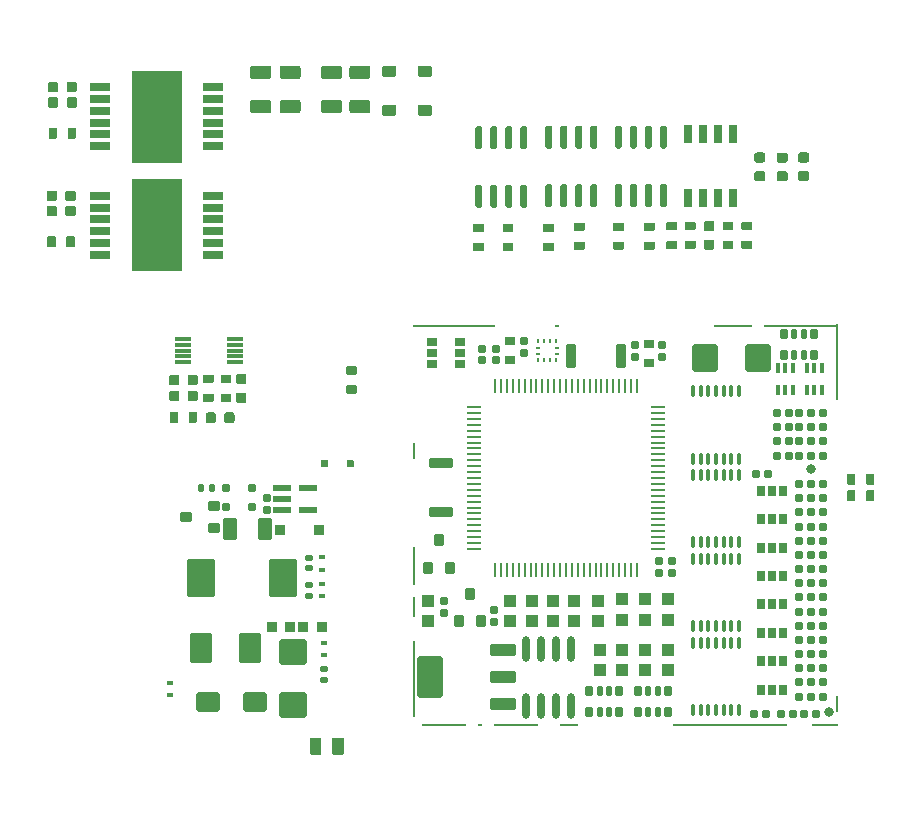
<source format=gtp>
G75*
G70*
%OFA0B0*%
%FSLAX25Y25*%
%IPPOS*%
%LPD*%
%AMOC8*
5,1,8,0,0,1.08239X$1,22.5*
%
%AMM100*
21,1,0.035430,0.030320,-0.000000,0.000000,0.000000*
21,1,0.028350,0.037400,-0.000000,0.000000,0.000000*
1,1,0.007090,0.014170,-0.015160*
1,1,0.007090,-0.014170,-0.015160*
1,1,0.007090,-0.014170,0.015160*
1,1,0.007090,0.014170,0.015160*
%
%AMM101*
21,1,0.043310,0.075980,-0.000000,0.000000,90.000000*
21,1,0.034650,0.084650,-0.000000,0.000000,90.000000*
1,1,0.008660,0.037990,0.017320*
1,1,0.008660,0.037990,-0.017320*
1,1,0.008660,-0.037990,-0.017320*
1,1,0.008660,-0.037990,0.017320*
%
%AMM102*
21,1,0.039370,0.035430,-0.000000,0.000000,90.000000*
21,1,0.031500,0.043310,-0.000000,0.000000,90.000000*
1,1,0.007870,0.017720,0.015750*
1,1,0.007870,0.017720,-0.015750*
1,1,0.007870,-0.017720,-0.015750*
1,1,0.007870,-0.017720,0.015750*
%
%AMM103*
21,1,0.027560,0.030710,-0.000000,0.000000,90.000000*
21,1,0.022050,0.036220,-0.000000,0.000000,90.000000*
1,1,0.005510,0.015350,0.011020*
1,1,0.005510,0.015350,-0.011020*
1,1,0.005510,-0.015350,-0.011020*
1,1,0.005510,-0.015350,0.011020*
%
%AMM104*
21,1,0.031500,0.072440,-0.000000,0.000000,90.000000*
21,1,0.025200,0.078740,-0.000000,0.000000,90.000000*
1,1,0.006300,0.036220,0.012600*
1,1,0.006300,0.036220,-0.012600*
1,1,0.006300,-0.036220,-0.012600*
1,1,0.006300,-0.036220,0.012600*
%
%AMM105*
21,1,0.137800,0.067720,-0.000000,0.000000,90.000000*
21,1,0.120870,0.084650,-0.000000,0.000000,90.000000*
1,1,0.016930,0.033860,0.060430*
1,1,0.016930,0.033860,-0.060430*
1,1,0.016930,-0.033860,-0.060430*
1,1,0.016930,-0.033860,0.060430*
%
%AMM106*
21,1,0.043310,0.075990,-0.000000,0.000000,90.000000*
21,1,0.034650,0.084650,-0.000000,0.000000,90.000000*
1,1,0.008660,0.037990,0.017320*
1,1,0.008660,0.037990,-0.017320*
1,1,0.008660,-0.037990,-0.017320*
1,1,0.008660,-0.037990,0.017320*
%
%AMM107*
21,1,0.086610,0.073230,-0.000000,0.000000,180.000000*
21,1,0.069290,0.090550,-0.000000,0.000000,180.000000*
1,1,0.017320,-0.034650,0.036610*
1,1,0.017320,0.034650,0.036610*
1,1,0.017320,0.034650,-0.036610*
1,1,0.017320,-0.034650,-0.036610*
%
%AMM36*
21,1,0.033470,0.026770,0.000000,0.000000,0.000000*
21,1,0.026770,0.033470,0.000000,0.000000,0.000000*
1,1,0.006690,0.013390,-0.013390*
1,1,0.006690,-0.013390,-0.013390*
1,1,0.006690,-0.013390,0.013390*
1,1,0.006690,0.013390,0.013390*
%
%AMM42*
21,1,0.035830,0.026770,0.000000,0.000000,0.000000*
21,1,0.029130,0.033470,0.000000,0.000000,0.000000*
1,1,0.006690,0.014570,-0.013390*
1,1,0.006690,-0.014570,-0.013390*
1,1,0.006690,-0.014570,0.013390*
1,1,0.006690,0.014570,0.013390*
%
%AMM44*
21,1,0.070870,0.036220,0.000000,0.000000,90.000000*
21,1,0.061810,0.045280,0.000000,0.000000,90.000000*
1,1,0.009060,0.018110,0.030910*
1,1,0.009060,0.018110,-0.030910*
1,1,0.009060,-0.018110,-0.030910*
1,1,0.009060,-0.018110,0.030910*
%
%AMM59*
21,1,0.086610,0.073230,0.000000,0.000000,270.000000*
21,1,0.069290,0.090550,0.000000,0.000000,270.000000*
1,1,0.017320,-0.036610,-0.034650*
1,1,0.017320,-0.036610,0.034650*
1,1,0.017320,0.036610,0.034650*
1,1,0.017320,0.036610,-0.034650*
%
%AMM60*
21,1,0.094490,0.111020,0.000000,0.000000,0.000000*
21,1,0.075590,0.129920,0.000000,0.000000,0.000000*
1,1,0.018900,0.037800,-0.055510*
1,1,0.018900,-0.037800,-0.055510*
1,1,0.018900,-0.037800,0.055510*
1,1,0.018900,0.037800,0.055510*
%
%AMM61*
21,1,0.074800,0.083460,0.000000,0.000000,0.000000*
21,1,0.059840,0.098430,0.000000,0.000000,0.000000*
1,1,0.014960,0.029920,-0.041730*
1,1,0.014960,-0.029920,-0.041730*
1,1,0.014960,-0.029920,0.041730*
1,1,0.014960,0.029920,0.041730*
%
%AMM62*
21,1,0.078740,0.053540,0.000000,0.000000,180.000000*
21,1,0.065350,0.066930,0.000000,0.000000,180.000000*
1,1,0.013390,-0.032680,0.026770*
1,1,0.013390,0.032680,0.026770*
1,1,0.013390,0.032680,-0.026770*
1,1,0.013390,-0.032680,-0.026770*
%
%AMM63*
21,1,0.035430,0.030320,0.000000,0.000000,90.000000*
21,1,0.028350,0.037400,0.000000,0.000000,90.000000*
1,1,0.007090,0.015160,0.014170*
1,1,0.007090,0.015160,-0.014170*
1,1,0.007090,-0.015160,-0.014170*
1,1,0.007090,-0.015160,0.014170*
%
%AMM64*
21,1,0.021650,0.052760,0.000000,0.000000,270.000000*
21,1,0.017320,0.057090,0.000000,0.000000,270.000000*
1,1,0.004330,-0.026380,-0.008660*
1,1,0.004330,-0.026380,0.008660*
1,1,0.004330,0.026380,0.008660*
1,1,0.004330,0.026380,-0.008660*
%
%AMM65*
21,1,0.015750,0.016540,0.000000,0.000000,270.000000*
21,1,0.012600,0.019680,0.000000,0.000000,270.000000*
1,1,0.003150,-0.008270,-0.006300*
1,1,0.003150,-0.008270,0.006300*
1,1,0.003150,0.008270,0.006300*
1,1,0.003150,0.008270,-0.006300*
%
%AMM66*
21,1,0.023620,0.018900,0.000000,0.000000,90.000000*
21,1,0.018900,0.023620,0.000000,0.000000,90.000000*
1,1,0.004720,0.009450,0.009450*
1,1,0.004720,0.009450,-0.009450*
1,1,0.004720,-0.009450,-0.009450*
1,1,0.004720,-0.009450,0.009450*
%
%AMM67*
21,1,0.019680,0.019680,0.000000,0.000000,0.000000*
21,1,0.015750,0.023620,0.000000,0.000000,0.000000*
1,1,0.003940,0.007870,-0.009840*
1,1,0.003940,-0.007870,-0.009840*
1,1,0.003940,-0.007870,0.009840*
1,1,0.003940,0.007870,0.009840*
%
%AMM68*
21,1,0.019680,0.019680,0.000000,0.000000,270.000000*
21,1,0.015750,0.023620,0.000000,0.000000,270.000000*
1,1,0.003940,-0.009840,-0.007870*
1,1,0.003940,-0.009840,0.007870*
1,1,0.003940,0.009840,0.007870*
1,1,0.003940,0.009840,-0.007870*
%
%AMM92*
21,1,0.025590,0.026380,-0.000000,0.000000,0.000000*
21,1,0.020470,0.031500,-0.000000,0.000000,0.000000*
1,1,0.005120,0.010240,-0.013190*
1,1,0.005120,-0.010240,-0.013190*
1,1,0.005120,-0.010240,0.013190*
1,1,0.005120,0.010240,0.013190*
%
%AMM93*
21,1,0.017720,0.027950,-0.000000,0.000000,0.000000*
21,1,0.014170,0.031500,-0.000000,0.000000,0.000000*
1,1,0.003540,0.007090,-0.013980*
1,1,0.003540,-0.007090,-0.013980*
1,1,0.003540,-0.007090,0.013980*
1,1,0.003540,0.007090,0.013980*
%
%AMM94*
21,1,0.012600,0.028980,-0.000000,0.000000,180.000000*
21,1,0.010080,0.031500,-0.000000,0.000000,180.000000*
1,1,0.002520,-0.005040,0.014490*
1,1,0.002520,0.005040,0.014490*
1,1,0.002520,0.005040,-0.014490*
1,1,0.002520,-0.005040,-0.014490*
%
%AMM95*
21,1,0.023620,0.030710,-0.000000,0.000000,270.000000*
21,1,0.018900,0.035430,-0.000000,0.000000,270.000000*
1,1,0.004720,-0.015350,-0.009450*
1,1,0.004720,-0.015350,0.009450*
1,1,0.004720,0.015350,0.009450*
1,1,0.004720,0.015350,-0.009450*
%
%AMM96*
21,1,0.027560,0.018900,-0.000000,0.000000,180.000000*
21,1,0.022840,0.023620,-0.000000,0.000000,180.000000*
1,1,0.004720,-0.011420,0.009450*
1,1,0.004720,0.011420,0.009450*
1,1,0.004720,0.011420,-0.009450*
1,1,0.004720,-0.011420,-0.009450*
%
%AMM97*
21,1,0.031500,0.072440,-0.000000,0.000000,180.000000*
21,1,0.025200,0.078740,-0.000000,0.000000,180.000000*
1,1,0.006300,-0.012600,0.036220*
1,1,0.006300,0.012600,0.036220*
1,1,0.006300,0.012600,-0.036220*
1,1,0.006300,-0.012600,-0.036220*
%
%AMM98*
21,1,0.027560,0.018900,-0.000000,0.000000,270.000000*
21,1,0.022840,0.023620,-0.000000,0.000000,270.000000*
1,1,0.004720,-0.009450,-0.011420*
1,1,0.004720,-0.009450,0.011420*
1,1,0.004720,0.009450,0.011420*
1,1,0.004720,0.009450,-0.011420*
%
%AMM99*
21,1,0.023620,0.030710,-0.000000,0.000000,0.000000*
21,1,0.018900,0.035430,-0.000000,0.000000,0.000000*
1,1,0.004720,0.009450,-0.015350*
1,1,0.004720,-0.009450,-0.015350*
1,1,0.004720,-0.009450,0.015350*
1,1,0.004720,0.009450,0.015350*
%
%ADD13R,0.02559X0.06004*%
%ADD138M36*%
%ADD14R,0.06890X0.02559*%
%ADD147M42*%
%ADD15R,0.16929X0.31102*%
%ADD152M44*%
%ADD173R,0.05512X0.01181*%
%ADD175M59*%
%ADD176M60*%
%ADD177M61*%
%ADD178M62*%
%ADD179M63*%
%ADD18R,0.14567X0.00787*%
%ADD180M64*%
%ADD181M65*%
%ADD182M66*%
%ADD183M67*%
%ADD184M68*%
%ADD19R,0.01575X0.00787*%
%ADD20R,0.06299X0.00787*%
%ADD21R,0.38189X0.00787*%
%ADD213M92*%
%ADD214M93*%
%ADD215M94*%
%ADD216O,0.01181X0.04331*%
%ADD217M95*%
%ADD218M96*%
%ADD219M97*%
%ADD22R,0.09055X0.00787*%
%ADD220M98*%
%ADD221M99*%
%ADD222M100*%
%ADD223O,0.02362X0.08661*%
%ADD224M101*%
%ADD225M102*%
%ADD226M103*%
%ADD227M104*%
%ADD228M105*%
%ADD229M106*%
%ADD23R,0.00787X0.05512*%
%ADD230M107*%
%ADD24R,0.00787X0.25197*%
%ADD25R,0.00787X0.06693*%
%ADD26R,0.00787X0.12992*%
%ADD27R,0.27559X0.00787*%
%ADD28R,0.12992X0.00787*%
%ADD29R,0.24803X0.00787*%
%ADD47C,0.03150*%
%ADD80O,0.04724X0.00866*%
%ADD81O,0.00866X0.04724*%
%ADD85R,0.01378X0.00984*%
%ADD86R,0.00984X0.01378*%
X0000000Y0000000D02*
%LPD*%
G01*
G36*
G01*
X0152874Y0172533D02*
X0149803Y0172533D01*
G75*
G02*
X0149528Y0172809I0000000J0000276D01*
G01*
X0149528Y0175013D01*
G75*
G02*
X0149803Y0175289I0000276J0000000D01*
G01*
X0152874Y0175289D01*
G75*
G02*
X0153150Y0175013I0000000J-000276D01*
G01*
X0153150Y0172809D01*
G75*
G02*
X0152874Y0172533I-000276J0000000D01*
G01*
G37*
G36*
G01*
X0152874Y0178832D02*
X0149803Y0178832D01*
G75*
G02*
X0149528Y0179108I0000000J0000276D01*
G01*
X0149528Y0181313D01*
G75*
G02*
X0149803Y0181588I0000276J0000000D01*
G01*
X0152874Y0181588D01*
G75*
G02*
X0153150Y0181313I0000000J-000276D01*
G01*
X0153150Y0179108D01*
G75*
G02*
X0152874Y0178832I-000276J0000000D01*
G01*
G37*
G36*
G01*
X0229547Y0172972D02*
X0226870Y0172972D01*
G75*
G02*
X0226535Y0173307I0000000J0000335D01*
G01*
X0226535Y0175984D01*
G75*
G02*
X0226870Y0176319I0000335J0000000D01*
G01*
X0229547Y0176319D01*
G75*
G02*
X0229882Y0175984I0000000J-000335D01*
G01*
X0229882Y0173307D01*
G75*
G02*
X0229547Y0172972I-000335J0000000D01*
G01*
G37*
G36*
G01*
X0229547Y0179193D02*
X0226870Y0179193D01*
G75*
G02*
X0226535Y0179528I0000000J0000335D01*
G01*
X0226535Y0182205D01*
G75*
G02*
X0226870Y0182539I0000335J0000000D01*
G01*
X0229547Y0182539D01*
G75*
G02*
X0229882Y0182205I0000000J-000335D01*
G01*
X0229882Y0179528D01*
G75*
G02*
X0229547Y0179193I-000335J0000000D01*
G01*
G37*
G36*
G01*
X0007461Y0189606D02*
X0007461Y0192283D01*
G75*
G02*
X0007795Y0192618I0000335J0000000D01*
G01*
X0010472Y0192618D01*
G75*
G02*
X0010807Y0192283I0000000J-000335D01*
G01*
X0010807Y0189606D01*
G75*
G02*
X0010472Y0189272I-000335J0000000D01*
G01*
X0007795Y0189272D01*
G75*
G02*
X0007461Y0189606I0000000J0000335D01*
G01*
G37*
G36*
G01*
X0013681Y0189606D02*
X0013681Y0192283D01*
G75*
G02*
X0014016Y0192618I0000335J0000000D01*
G01*
X0016693Y0192618D01*
G75*
G02*
X0017028Y0192283I0000000J-000335D01*
G01*
X0017028Y0189606D01*
G75*
G02*
X0016693Y0189272I-000335J0000000D01*
G01*
X0014016Y0189272D01*
G75*
G02*
X0013681Y0189606I0000000J0000335D01*
G01*
G37*
G36*
G01*
X0283268Y0092480D02*
X0283268Y0089409D01*
G75*
G02*
X0282992Y0089134I-000276J0000000D01*
G01*
X0280787Y0089134D01*
G75*
G02*
X0280512Y0089409I0000000J0000276D01*
G01*
X0280512Y0092480D01*
G75*
G02*
X0280787Y0092756I0000276J0000000D01*
G01*
X0282992Y0092756D01*
G75*
G02*
X0283268Y0092480I0000000J-000276D01*
G01*
G37*
G36*
G01*
X0276969Y0092480D02*
X0276969Y0089409D01*
G75*
G02*
X0276693Y0089134I-000276J0000000D01*
G01*
X0274488Y0089134D01*
G75*
G02*
X0274213Y0089409I0000000J0000276D01*
G01*
X0274213Y0092480D01*
G75*
G02*
X0274488Y0092756I0000276J0000000D01*
G01*
X0276693Y0092756D01*
G75*
G02*
X0276969Y0092480I0000000J-000276D01*
G01*
G37*
G36*
G01*
X0108268Y0230728D02*
X0108268Y0233445D01*
G75*
G02*
X0109173Y0234350I0000906J0000000D01*
G01*
X0114449Y0234350D01*
G75*
G02*
X0115354Y0233445I0000000J-000906D01*
G01*
X0115354Y0230728D01*
G75*
G02*
X0114449Y0229823I-000906J0000000D01*
G01*
X0109173Y0229823D01*
G75*
G02*
X0108268Y0230728I0000000J0000906D01*
G01*
G37*
G36*
G01*
X0108268Y0219311D02*
X0108268Y0222028D01*
G75*
G02*
X0109173Y0222933I0000906J0000000D01*
G01*
X0114449Y0222933D01*
G75*
G02*
X0115354Y0222028I0000000J-000906D01*
G01*
X0115354Y0219311D01*
G75*
G02*
X0114449Y0218405I-000906J0000000D01*
G01*
X0109173Y0218405D01*
G75*
G02*
X0108268Y0219311I0000000J0000906D01*
G01*
G37*
G36*
G01*
X0198602Y0187205D02*
X0197421Y0187205D01*
G75*
G02*
X0196831Y0187795I0000000J0000591D01*
G01*
X0196831Y0194291D01*
G75*
G02*
X0197421Y0194882I0000591J0000000D01*
G01*
X0198602Y0194882D01*
G75*
G02*
X0199193Y0194291I0000000J-000591D01*
G01*
X0199193Y0187795D01*
G75*
G02*
X0198602Y0187205I-000591J0000000D01*
G01*
G37*
G36*
G01*
X0203602Y0187205D02*
X0202421Y0187205D01*
G75*
G02*
X0201831Y0187795I0000000J0000591D01*
G01*
X0201831Y0194291D01*
G75*
G02*
X0202421Y0194882I0000591J0000000D01*
G01*
X0203602Y0194882D01*
G75*
G02*
X0204193Y0194291I0000000J-000591D01*
G01*
X0204193Y0187795D01*
G75*
G02*
X0203602Y0187205I-000591J0000000D01*
G01*
G37*
G36*
G01*
X0208602Y0187205D02*
X0207421Y0187205D01*
G75*
G02*
X0206831Y0187795I0000000J0000591D01*
G01*
X0206831Y0194291D01*
G75*
G02*
X0207421Y0194882I0000591J0000000D01*
G01*
X0208602Y0194882D01*
G75*
G02*
X0209193Y0194291I0000000J-000591D01*
G01*
X0209193Y0187795D01*
G75*
G02*
X0208602Y0187205I-000591J0000000D01*
G01*
G37*
G36*
G01*
X0213602Y0187205D02*
X0212421Y0187205D01*
G75*
G02*
X0211831Y0187795I0000000J0000591D01*
G01*
X0211831Y0194291D01*
G75*
G02*
X0212421Y0194882I0000591J0000000D01*
G01*
X0213602Y0194882D01*
G75*
G02*
X0214193Y0194291I0000000J-000591D01*
G01*
X0214193Y0187795D01*
G75*
G02*
X0213602Y0187205I-000591J0000000D01*
G01*
G37*
G36*
G01*
X0213602Y0206693D02*
X0212421Y0206693D01*
G75*
G02*
X0211831Y0207283I0000000J0000591D01*
G01*
X0211831Y0213780D01*
G75*
G02*
X0212421Y0214370I0000591J0000000D01*
G01*
X0213602Y0214370D01*
G75*
G02*
X0214193Y0213780I0000000J-000591D01*
G01*
X0214193Y0207283D01*
G75*
G02*
X0213602Y0206693I-000591J0000000D01*
G01*
G37*
G36*
G01*
X0208602Y0206693D02*
X0207421Y0206693D01*
G75*
G02*
X0206831Y0207283I0000000J0000591D01*
G01*
X0206831Y0213780D01*
G75*
G02*
X0207421Y0214370I0000591J0000000D01*
G01*
X0208602Y0214370D01*
G75*
G02*
X0209193Y0213780I0000000J-000591D01*
G01*
X0209193Y0207283D01*
G75*
G02*
X0208602Y0206693I-000591J0000000D01*
G01*
G37*
G36*
G01*
X0203602Y0206693D02*
X0202421Y0206693D01*
G75*
G02*
X0201831Y0207283I0000000J0000591D01*
G01*
X0201831Y0213780D01*
G75*
G02*
X0202421Y0214370I0000591J0000000D01*
G01*
X0203602Y0214370D01*
G75*
G02*
X0204193Y0213780I0000000J-000591D01*
G01*
X0204193Y0207283D01*
G75*
G02*
X0203602Y0206693I-000591J0000000D01*
G01*
G37*
G36*
G01*
X0198602Y0206693D02*
X0197421Y0206693D01*
G75*
G02*
X0196831Y0207283I0000000J0000591D01*
G01*
X0196831Y0213780D01*
G75*
G02*
X0197421Y0214370I0000591J0000000D01*
G01*
X0198602Y0214370D01*
G75*
G02*
X0199193Y0213780I0000000J-000591D01*
G01*
X0199193Y0207283D01*
G75*
G02*
X0198602Y0206693I-000591J0000000D01*
G01*
G37*
D13*
X0221240Y0190209D03*
X0226240Y0190209D03*
X0231240Y0190209D03*
X0236240Y0190209D03*
X0236240Y0211563D03*
X0231240Y0211563D03*
X0226240Y0211563D03*
X0221240Y0211563D03*
G36*
G01*
X0016732Y0177126D02*
X0016732Y0174055D01*
G75*
G02*
X0016457Y0173780I-000276J0000000D01*
G01*
X0014252Y0173780D01*
G75*
G02*
X0013976Y0174055I0000000J0000276D01*
G01*
X0013976Y0177126D01*
G75*
G02*
X0014252Y0177402I0000276J0000000D01*
G01*
X0016457Y0177402D01*
G75*
G02*
X0016732Y0177126I0000000J-000276D01*
G01*
G37*
G36*
G01*
X0010433Y0177126D02*
X0010433Y0174055D01*
G75*
G02*
X0010157Y0173780I-000276J0000000D01*
G01*
X0007953Y0173780D01*
G75*
G02*
X0007677Y0174055I0000000J0000276D01*
G01*
X0007677Y0177126D01*
G75*
G02*
X0007953Y0177402I0000276J0000000D01*
G01*
X0010157Y0177402D01*
G75*
G02*
X0010433Y0177126I0000000J-000276D01*
G01*
G37*
G36*
G01*
X0007854Y0225827D02*
X0007854Y0228504D01*
G75*
G02*
X0008189Y0228839I0000335J0000000D01*
G01*
X0010866Y0228839D01*
G75*
G02*
X0011201Y0228504I0000000J-000335D01*
G01*
X0011201Y0225827D01*
G75*
G02*
X0010866Y0225492I-000335J0000000D01*
G01*
X0008189Y0225492D01*
G75*
G02*
X0007854Y0225827I0000000J0000335D01*
G01*
G37*
G36*
G01*
X0014075Y0225827D02*
X0014075Y0228504D01*
G75*
G02*
X0014409Y0228839I0000335J0000000D01*
G01*
X0017087Y0228839D01*
G75*
G02*
X0017421Y0228504I0000000J-000335D01*
G01*
X0017421Y0225827D01*
G75*
G02*
X0017087Y0225492I-000335J0000000D01*
G01*
X0014409Y0225492D01*
G75*
G02*
X0014075Y0225827I0000000J0000335D01*
G01*
G37*
G36*
G01*
X0274213Y0094921D02*
X0274213Y0097992D01*
G75*
G02*
X0274488Y0098268I0000276J0000000D01*
G01*
X0276693Y0098268D01*
G75*
G02*
X0276969Y0097992I0000000J-000276D01*
G01*
X0276969Y0094921D01*
G75*
G02*
X0276693Y0094646I-000276J0000000D01*
G01*
X0274488Y0094646D01*
G75*
G02*
X0274213Y0094921I0000000J0000276D01*
G01*
G37*
G36*
G01*
X0280512Y0094921D02*
X0280512Y0097992D01*
G75*
G02*
X0280787Y0098268I0000276J0000000D01*
G01*
X0282992Y0098268D01*
G75*
G02*
X0283268Y0097992I0000000J-000276D01*
G01*
X0283268Y0094921D01*
G75*
G02*
X0282992Y0094646I-000276J0000000D01*
G01*
X0280787Y0094646D01*
G75*
G02*
X0280512Y0094921I0000000J0000276D01*
G01*
G37*
D14*
X0062992Y0171260D03*
X0062992Y0175197D03*
X0062992Y0179134D03*
X0062992Y0183071D03*
X0062992Y0187008D03*
X0062992Y0190945D03*
X0025197Y0190945D03*
X0025197Y0187008D03*
X0025197Y0183071D03*
X0025197Y0179134D03*
X0025197Y0175197D03*
X0025197Y0171260D03*
D15*
X0044094Y0181102D03*
G36*
G01*
X0109600Y0100443D02*
X0107711Y0100443D01*
G75*
G02*
X0107474Y0100679I0000000J0000236D01*
G01*
X0107474Y0102569D01*
G75*
G02*
X0107711Y0102805I0000236J0000000D01*
G01*
X0109600Y0102805D01*
G75*
G02*
X0109837Y0102569I0000000J-000236D01*
G01*
X0109837Y0100679D01*
G75*
G02*
X0109600Y0100443I-000236J0000000D01*
G01*
G37*
G36*
G01*
X0100939Y0100443D02*
X0099049Y0100443D01*
G75*
G02*
X0098813Y0100679I0000000J0000236D01*
G01*
X0098813Y0102569D01*
G75*
G02*
X0099049Y0102805I0000236J0000000D01*
G01*
X0100939Y0102805D01*
G75*
G02*
X0101175Y0102569I0000000J-000236D01*
G01*
X0101175Y0100679D01*
G75*
G02*
X0100939Y0100443I-000236J0000000D01*
G01*
G37*
G36*
G01*
X0007461Y0184488D02*
X0007461Y0187165D01*
G75*
G02*
X0007795Y0187500I0000335J0000000D01*
G01*
X0010472Y0187500D01*
G75*
G02*
X0010807Y0187165I0000000J-000335D01*
G01*
X0010807Y0184488D01*
G75*
G02*
X0010472Y0184154I-000335J0000000D01*
G01*
X0007795Y0184154D01*
G75*
G02*
X0007461Y0184488I0000000J0000335D01*
G01*
G37*
G36*
G01*
X0013681Y0184488D02*
X0013681Y0187165D01*
G75*
G02*
X0014016Y0187500I0000335J0000000D01*
G01*
X0016693Y0187500D01*
G75*
G02*
X0017028Y0187165I0000000J-000335D01*
G01*
X0017028Y0184488D01*
G75*
G02*
X0016693Y0184154I-000335J0000000D01*
G01*
X0014016Y0184154D01*
G75*
G02*
X0013681Y0184488I0000000J0000335D01*
G01*
G37*
G36*
G01*
X0110591Y0125000D02*
X0107520Y0125000D01*
G75*
G02*
X0107244Y0125276I0000000J0000276D01*
G01*
X0107244Y0127480D01*
G75*
G02*
X0107520Y0127756I0000276J0000000D01*
G01*
X0110591Y0127756D01*
G75*
G02*
X0110866Y0127480I0000000J-000276D01*
G01*
X0110866Y0125276D01*
G75*
G02*
X0110591Y0125000I-000276J0000000D01*
G01*
G37*
G36*
G01*
X0110591Y0131299D02*
X0107520Y0131299D01*
G75*
G02*
X0107244Y0131575I0000000J0000276D01*
G01*
X0107244Y0133780D01*
G75*
G02*
X0107520Y0134055I0000276J0000000D01*
G01*
X0110591Y0134055D01*
G75*
G02*
X0110866Y0133780I0000000J-000276D01*
G01*
X0110866Y0131575D01*
G75*
G02*
X0110591Y0131299I-000276J0000000D01*
G01*
G37*
G36*
G01*
X0209803Y0172933D02*
X0206732Y0172933D01*
G75*
G02*
X0206457Y0173209I0000000J0000276D01*
G01*
X0206457Y0175413D01*
G75*
G02*
X0206732Y0175689I0000276J0000000D01*
G01*
X0209803Y0175689D01*
G75*
G02*
X0210079Y0175413I0000000J-000276D01*
G01*
X0210079Y0173209D01*
G75*
G02*
X0209803Y0172933I-000276J0000000D01*
G01*
G37*
G36*
G01*
X0209803Y0179232D02*
X0206732Y0179232D01*
G75*
G02*
X0206457Y0179508I0000000J0000276D01*
G01*
X0206457Y0181713D01*
G75*
G02*
X0206732Y0181988I0000276J0000000D01*
G01*
X0209803Y0181988D01*
G75*
G02*
X0210079Y0181713I0000000J-000276D01*
G01*
X0210079Y0179508D01*
G75*
G02*
X0209803Y0179232I-000276J0000000D01*
G01*
G37*
G36*
G01*
X0217283Y0173130D02*
X0214213Y0173130D01*
G75*
G02*
X0213937Y0173406I0000000J0000276D01*
G01*
X0213937Y0175610D01*
G75*
G02*
X0214213Y0175886I0000276J0000000D01*
G01*
X0217283Y0175886D01*
G75*
G02*
X0217559Y0175610I0000000J-000276D01*
G01*
X0217559Y0173406D01*
G75*
G02*
X0217283Y0173130I-000276J0000000D01*
G01*
G37*
G36*
G01*
X0217283Y0179429D02*
X0214213Y0179429D01*
G75*
G02*
X0213937Y0179705I0000000J0000276D01*
G01*
X0213937Y0181909D01*
G75*
G02*
X0214213Y0182185I0000276J0000000D01*
G01*
X0217283Y0182185D01*
G75*
G02*
X0217559Y0181909I0000000J-000276D01*
G01*
X0217559Y0179705D01*
G75*
G02*
X0217283Y0179429I-000276J0000000D01*
G01*
G37*
G36*
G01*
X0176260Y0172539D02*
X0173189Y0172539D01*
G75*
G02*
X0172913Y0172815I0000000J0000276D01*
G01*
X0172913Y0175020D01*
G75*
G02*
X0173189Y0175295I0000276J0000000D01*
G01*
X0176260Y0175295D01*
G75*
G02*
X0176535Y0175020I0000000J-000276D01*
G01*
X0176535Y0172815D01*
G75*
G02*
X0176260Y0172539I-000276J0000000D01*
G01*
G37*
G36*
G01*
X0176260Y0178839D02*
X0173189Y0178839D01*
G75*
G02*
X0172913Y0179114I0000000J0000276D01*
G01*
X0172913Y0181319D01*
G75*
G02*
X0173189Y0181594I0000276J0000000D01*
G01*
X0176260Y0181594D01*
G75*
G02*
X0176535Y0181319I0000000J-000276D01*
G01*
X0176535Y0179114D01*
G75*
G02*
X0176260Y0178839I-000276J0000000D01*
G01*
G37*
D14*
X0062992Y0207480D03*
X0062992Y0211417D03*
X0062992Y0215354D03*
X0062992Y0219291D03*
X0062992Y0223228D03*
X0062992Y0227165D03*
X0025197Y0227165D03*
X0025197Y0223228D03*
X0025197Y0219291D03*
X0025197Y0215354D03*
X0025197Y0211417D03*
X0025197Y0207480D03*
D15*
X0044094Y0217323D03*
G36*
G01*
X0251609Y0205364D02*
X0253627Y0205364D01*
G75*
G02*
X0254488Y0204503I0000000J-000861D01*
G01*
X0254488Y0202781D01*
G75*
G02*
X0253627Y0201919I-000861J0000000D01*
G01*
X0251609Y0201919D01*
G75*
G02*
X0250748Y0202781I0000000J0000861D01*
G01*
X0250748Y0204503D01*
G75*
G02*
X0251609Y0205364I0000861J0000000D01*
G01*
G37*
G36*
G01*
X0251609Y0199163D02*
X0253627Y0199163D01*
G75*
G02*
X0254488Y0198302I0000000J-000861D01*
G01*
X0254488Y0196580D01*
G75*
G02*
X0253627Y0195719I-000861J0000000D01*
G01*
X0251609Y0195719D01*
G75*
G02*
X0250748Y0196580I0000000J0000861D01*
G01*
X0250748Y0198302D01*
G75*
G02*
X0251609Y0199163I0000861J0000000D01*
G01*
G37*
G36*
G01*
X0152047Y0187008D02*
X0150866Y0187008D01*
G75*
G02*
X0150276Y0187598I0000000J0000591D01*
G01*
X0150276Y0194094D01*
G75*
G02*
X0150866Y0194685I0000591J0000000D01*
G01*
X0152047Y0194685D01*
G75*
G02*
X0152638Y0194094I0000000J-000591D01*
G01*
X0152638Y0187598D01*
G75*
G02*
X0152047Y0187008I-000591J0000000D01*
G01*
G37*
G36*
G01*
X0157047Y0187008D02*
X0155866Y0187008D01*
G75*
G02*
X0155276Y0187598I0000000J0000591D01*
G01*
X0155276Y0194094D01*
G75*
G02*
X0155866Y0194685I0000591J0000000D01*
G01*
X0157047Y0194685D01*
G75*
G02*
X0157638Y0194094I0000000J-000591D01*
G01*
X0157638Y0187598D01*
G75*
G02*
X0157047Y0187008I-000591J0000000D01*
G01*
G37*
G36*
G01*
X0162047Y0187008D02*
X0160866Y0187008D01*
G75*
G02*
X0160276Y0187598I0000000J0000591D01*
G01*
X0160276Y0194094D01*
G75*
G02*
X0160866Y0194685I0000591J0000000D01*
G01*
X0162047Y0194685D01*
G75*
G02*
X0162638Y0194094I0000000J-000591D01*
G01*
X0162638Y0187598D01*
G75*
G02*
X0162047Y0187008I-000591J0000000D01*
G01*
G37*
G36*
G01*
X0167047Y0187008D02*
X0165866Y0187008D01*
G75*
G02*
X0165276Y0187598I0000000J0000591D01*
G01*
X0165276Y0194094D01*
G75*
G02*
X0165866Y0194685I0000591J0000000D01*
G01*
X0167047Y0194685D01*
G75*
G02*
X0167638Y0194094I0000000J-000591D01*
G01*
X0167638Y0187598D01*
G75*
G02*
X0167047Y0187008I-000591J0000000D01*
G01*
G37*
G36*
G01*
X0167047Y0206496D02*
X0165866Y0206496D01*
G75*
G02*
X0165276Y0207087I0000000J0000591D01*
G01*
X0165276Y0213583D01*
G75*
G02*
X0165866Y0214173I0000591J0000000D01*
G01*
X0167047Y0214173D01*
G75*
G02*
X0167638Y0213583I0000000J-000591D01*
G01*
X0167638Y0207087D01*
G75*
G02*
X0167047Y0206496I-000591J0000000D01*
G01*
G37*
G36*
G01*
X0162047Y0206496D02*
X0160866Y0206496D01*
G75*
G02*
X0160276Y0207087I0000000J0000591D01*
G01*
X0160276Y0213583D01*
G75*
G02*
X0160866Y0214173I0000591J0000000D01*
G01*
X0162047Y0214173D01*
G75*
G02*
X0162638Y0213583I0000000J-000591D01*
G01*
X0162638Y0207087D01*
G75*
G02*
X0162047Y0206496I-000591J0000000D01*
G01*
G37*
G36*
G01*
X0157047Y0206496D02*
X0155866Y0206496D01*
G75*
G02*
X0155276Y0207087I0000000J0000591D01*
G01*
X0155276Y0213583D01*
G75*
G02*
X0155866Y0214173I0000591J0000000D01*
G01*
X0157047Y0214173D01*
G75*
G02*
X0157638Y0213583I0000000J-000591D01*
G01*
X0157638Y0207087D01*
G75*
G02*
X0157047Y0206496I-000591J0000000D01*
G01*
G37*
G36*
G01*
X0152047Y0206496D02*
X0150866Y0206496D01*
G75*
G02*
X0150276Y0207087I0000000J0000591D01*
G01*
X0150276Y0213583D01*
G75*
G02*
X0150866Y0214173I0000591J0000000D01*
G01*
X0152047Y0214173D01*
G75*
G02*
X0152638Y0213583I0000000J-000591D01*
G01*
X0152638Y0207087D01*
G75*
G02*
X0152047Y0206496I-000591J0000000D01*
G01*
G37*
G36*
G01*
X0085039Y0230728D02*
X0085039Y0233445D01*
G75*
G02*
X0085945Y0234350I0000906J0000000D01*
G01*
X0091220Y0234350D01*
G75*
G02*
X0092126Y0233445I0000000J-000906D01*
G01*
X0092126Y0230728D01*
G75*
G02*
X0091220Y0229823I-000906J0000000D01*
G01*
X0085945Y0229823D01*
G75*
G02*
X0085039Y0230728I0000000J0000906D01*
G01*
G37*
G36*
G01*
X0085039Y0219311D02*
X0085039Y0222028D01*
G75*
G02*
X0085945Y0222933I0000906J0000000D01*
G01*
X0091220Y0222933D01*
G75*
G02*
X0092126Y0222028I0000000J-000906D01*
G01*
X0092126Y0219311D01*
G75*
G02*
X0091220Y0218405I-000906J0000000D01*
G01*
X0085945Y0218405D01*
G75*
G02*
X0085039Y0219311I0000000J0000906D01*
G01*
G37*
G36*
G01*
X0095079Y0005020D02*
X0095079Y0009941D01*
G75*
G02*
X0095472Y0010335I0000394J0000000D01*
G01*
X0098622Y0010335D01*
G75*
G02*
X0099016Y0009941I0000000J-000394D01*
G01*
X0099016Y0005020D01*
G75*
G02*
X0098622Y0004626I-000394J0000000D01*
G01*
X0095472Y0004626D01*
G75*
G02*
X0095079Y0005020I0000000J0000394D01*
G01*
G37*
G36*
G01*
X0102559Y0005020D02*
X0102559Y0009941D01*
G75*
G02*
X0102953Y0010335I0000394J0000000D01*
G01*
X0106102Y0010335D01*
G75*
G02*
X0106496Y0009941I0000000J-000394D01*
G01*
X0106496Y0005020D01*
G75*
G02*
X0106102Y0004626I-000394J0000000D01*
G01*
X0102953Y0004626D01*
G75*
G02*
X0102559Y0005020I0000000J0000394D01*
G01*
G37*
G36*
G01*
X0017126Y0213346D02*
X0017126Y0210276D01*
G75*
G02*
X0016850Y0210000I-000276J0000000D01*
G01*
X0014646Y0210000D01*
G75*
G02*
X0014370Y0210276I0000000J0000276D01*
G01*
X0014370Y0213346D01*
G75*
G02*
X0014646Y0213622I0000276J0000000D01*
G01*
X0016850Y0213622D01*
G75*
G02*
X0017126Y0213346I0000000J-000276D01*
G01*
G37*
G36*
G01*
X0010827Y0213346D02*
X0010827Y0210276D01*
G75*
G02*
X0010551Y0210000I-000276J0000000D01*
G01*
X0008346Y0210000D01*
G75*
G02*
X0008071Y0210276I0000000J0000276D01*
G01*
X0008071Y0213346D01*
G75*
G02*
X0008346Y0213622I0000276J0000000D01*
G01*
X0010551Y0213622D01*
G75*
G02*
X0010827Y0213346I0000000J-000276D01*
G01*
G37*
G36*
G01*
X0123661Y0217717D02*
X0119646Y0217717D01*
G75*
G02*
X0119291Y0218071I0000000J0000354D01*
G01*
X0119291Y0220906D01*
G75*
G02*
X0119646Y0221260I0000354J0000000D01*
G01*
X0123661Y0221260D01*
G75*
G02*
X0124016Y0220906I0000000J-000354D01*
G01*
X0124016Y0218071D01*
G75*
G02*
X0123661Y0217717I-000354J0000000D01*
G01*
G37*
G36*
G01*
X0123661Y0230709D02*
X0119646Y0230709D01*
G75*
G02*
X0119291Y0231063I0000000J0000354D01*
G01*
X0119291Y0233898D01*
G75*
G02*
X0119646Y0234252I0000354J0000000D01*
G01*
X0123661Y0234252D01*
G75*
G02*
X0124016Y0233898I0000000J-000354D01*
G01*
X0124016Y0231063D01*
G75*
G02*
X0123661Y0230709I-000354J0000000D01*
G01*
G37*
G36*
G01*
X0075197Y0230728D02*
X0075197Y0233445D01*
G75*
G02*
X0076102Y0234350I0000906J0000000D01*
G01*
X0081378Y0234350D01*
G75*
G02*
X0082283Y0233445I0000000J-000906D01*
G01*
X0082283Y0230728D01*
G75*
G02*
X0081378Y0229823I-000906J0000000D01*
G01*
X0076102Y0229823D01*
G75*
G02*
X0075197Y0230728I0000000J0000906D01*
G01*
G37*
G36*
G01*
X0075197Y0219311D02*
X0075197Y0222028D01*
G75*
G02*
X0076102Y0222933I0000906J0000000D01*
G01*
X0081378Y0222933D01*
G75*
G02*
X0082283Y0222028I0000000J-000906D01*
G01*
X0082283Y0219311D01*
G75*
G02*
X0081378Y0218405I-000906J0000000D01*
G01*
X0076102Y0218405D01*
G75*
G02*
X0075197Y0219311I0000000J0000906D01*
G01*
G37*
G36*
G01*
X0135472Y0217717D02*
X0131457Y0217717D01*
G75*
G02*
X0131102Y0218071I0000000J0000354D01*
G01*
X0131102Y0220906D01*
G75*
G02*
X0131457Y0221260I0000354J0000000D01*
G01*
X0135472Y0221260D01*
G75*
G02*
X0135827Y0220906I0000000J-000354D01*
G01*
X0135827Y0218071D01*
G75*
G02*
X0135472Y0217717I-000354J0000000D01*
G01*
G37*
G36*
G01*
X0135472Y0230709D02*
X0131457Y0230709D01*
G75*
G02*
X0131102Y0231063I0000000J0000354D01*
G01*
X0131102Y0233898D01*
G75*
G02*
X0131457Y0234252I0000354J0000000D01*
G01*
X0135472Y0234252D01*
G75*
G02*
X0135827Y0233898I0000000J-000354D01*
G01*
X0135827Y0231063D01*
G75*
G02*
X0135472Y0230709I-000354J0000000D01*
G01*
G37*
G36*
G01*
X0175374Y0187205D02*
X0174193Y0187205D01*
G75*
G02*
X0173602Y0187795I0000000J0000591D01*
G01*
X0173602Y0194291D01*
G75*
G02*
X0174193Y0194882I0000591J0000000D01*
G01*
X0175374Y0194882D01*
G75*
G02*
X0175965Y0194291I0000000J-000591D01*
G01*
X0175965Y0187795D01*
G75*
G02*
X0175374Y0187205I-000591J0000000D01*
G01*
G37*
G36*
G01*
X0180374Y0187205D02*
X0179193Y0187205D01*
G75*
G02*
X0178602Y0187795I0000000J0000591D01*
G01*
X0178602Y0194291D01*
G75*
G02*
X0179193Y0194882I0000591J0000000D01*
G01*
X0180374Y0194882D01*
G75*
G02*
X0180965Y0194291I0000000J-000591D01*
G01*
X0180965Y0187795D01*
G75*
G02*
X0180374Y0187205I-000591J0000000D01*
G01*
G37*
G36*
G01*
X0185374Y0187205D02*
X0184193Y0187205D01*
G75*
G02*
X0183602Y0187795I0000000J0000591D01*
G01*
X0183602Y0194291D01*
G75*
G02*
X0184193Y0194882I0000591J0000000D01*
G01*
X0185374Y0194882D01*
G75*
G02*
X0185965Y0194291I0000000J-000591D01*
G01*
X0185965Y0187795D01*
G75*
G02*
X0185374Y0187205I-000591J0000000D01*
G01*
G37*
G36*
G01*
X0190374Y0187205D02*
X0189193Y0187205D01*
G75*
G02*
X0188602Y0187795I0000000J0000591D01*
G01*
X0188602Y0194291D01*
G75*
G02*
X0189193Y0194882I0000591J0000000D01*
G01*
X0190374Y0194882D01*
G75*
G02*
X0190965Y0194291I0000000J-000591D01*
G01*
X0190965Y0187795D01*
G75*
G02*
X0190374Y0187205I-000591J0000000D01*
G01*
G37*
G36*
G01*
X0190374Y0206693D02*
X0189193Y0206693D01*
G75*
G02*
X0188602Y0207283I0000000J0000591D01*
G01*
X0188602Y0213780D01*
G75*
G02*
X0189193Y0214370I0000591J0000000D01*
G01*
X0190374Y0214370D01*
G75*
G02*
X0190965Y0213780I0000000J-000591D01*
G01*
X0190965Y0207283D01*
G75*
G02*
X0190374Y0206693I-000591J0000000D01*
G01*
G37*
G36*
G01*
X0185374Y0206693D02*
X0184193Y0206693D01*
G75*
G02*
X0183602Y0207283I0000000J0000591D01*
G01*
X0183602Y0213780D01*
G75*
G02*
X0184193Y0214370I0000591J0000000D01*
G01*
X0185374Y0214370D01*
G75*
G02*
X0185965Y0213780I0000000J-000591D01*
G01*
X0185965Y0207283D01*
G75*
G02*
X0185374Y0206693I-000591J0000000D01*
G01*
G37*
G36*
G01*
X0180374Y0206693D02*
X0179193Y0206693D01*
G75*
G02*
X0178602Y0207283I0000000J0000591D01*
G01*
X0178602Y0213780D01*
G75*
G02*
X0179193Y0214370I0000591J0000000D01*
G01*
X0180374Y0214370D01*
G75*
G02*
X0180965Y0213780I0000000J-000591D01*
G01*
X0180965Y0207283D01*
G75*
G02*
X0180374Y0206693I-000591J0000000D01*
G01*
G37*
G36*
G01*
X0175374Y0206693D02*
X0174193Y0206693D01*
G75*
G02*
X0173602Y0207283I0000000J0000591D01*
G01*
X0173602Y0213780D01*
G75*
G02*
X0174193Y0214370I0000591J0000000D01*
G01*
X0175374Y0214370D01*
G75*
G02*
X0175965Y0213780I0000000J-000591D01*
G01*
X0175965Y0207283D01*
G75*
G02*
X0175374Y0206693I-000591J0000000D01*
G01*
G37*
G36*
G01*
X0258696Y0205413D02*
X0260714Y0205413D01*
G75*
G02*
X0261575Y0204552I0000000J-000861D01*
G01*
X0261575Y0202830D01*
G75*
G02*
X0260714Y0201969I-000861J0000000D01*
G01*
X0258696Y0201969D01*
G75*
G02*
X0257835Y0202830I0000000J0000861D01*
G01*
X0257835Y0204552D01*
G75*
G02*
X0258696Y0205413I0000861J0000000D01*
G01*
G37*
G36*
G01*
X0258696Y0199213D02*
X0260714Y0199213D01*
G75*
G02*
X0261575Y0198351I0000000J-000861D01*
G01*
X0261575Y0196629D01*
G75*
G02*
X0260714Y0195768I-000861J0000000D01*
G01*
X0258696Y0195768D01*
G75*
G02*
X0257835Y0196629I0000000J0000861D01*
G01*
X0257835Y0198351D01*
G75*
G02*
X0258696Y0199213I0000861J0000000D01*
G01*
G37*
G36*
G01*
X0242343Y0173228D02*
X0239272Y0173228D01*
G75*
G02*
X0238996Y0173504I0000000J0000276D01*
G01*
X0238996Y0175709D01*
G75*
G02*
X0239272Y0175984I0000276J0000000D01*
G01*
X0242343Y0175984D01*
G75*
G02*
X0242618Y0175709I0000000J-000276D01*
G01*
X0242618Y0173504D01*
G75*
G02*
X0242343Y0173228I-000276J0000000D01*
G01*
G37*
G36*
G01*
X0242343Y0179528D02*
X0239272Y0179528D01*
G75*
G02*
X0238996Y0179803I0000000J0000276D01*
G01*
X0238996Y0182008D01*
G75*
G02*
X0239272Y0182283I0000276J0000000D01*
G01*
X0242343Y0182283D01*
G75*
G02*
X0242618Y0182008I0000000J-000276D01*
G01*
X0242618Y0179803D01*
G75*
G02*
X0242343Y0179528I-000276J0000000D01*
G01*
G37*
G36*
G01*
X0236043Y0173228D02*
X0232972Y0173228D01*
G75*
G02*
X0232697Y0173504I0000000J0000276D01*
G01*
X0232697Y0175709D01*
G75*
G02*
X0232972Y0175984I0000276J0000000D01*
G01*
X0236043Y0175984D01*
G75*
G02*
X0236319Y0175709I0000000J-000276D01*
G01*
X0236319Y0173504D01*
G75*
G02*
X0236043Y0173228I-000276J0000000D01*
G01*
G37*
G36*
G01*
X0236043Y0179528D02*
X0232972Y0179528D01*
G75*
G02*
X0232697Y0179803I0000000J0000276D01*
G01*
X0232697Y0182008D01*
G75*
G02*
X0232972Y0182283I0000276J0000000D01*
G01*
X0236043Y0182283D01*
G75*
G02*
X0236319Y0182008I0000000J-000276D01*
G01*
X0236319Y0179803D01*
G75*
G02*
X0236043Y0179528I-000276J0000000D01*
G01*
G37*
G36*
G01*
X0186496Y0172933D02*
X0183425Y0172933D01*
G75*
G02*
X0183150Y0173209I0000000J0000276D01*
G01*
X0183150Y0175413D01*
G75*
G02*
X0183425Y0175689I0000276J0000000D01*
G01*
X0186496Y0175689D01*
G75*
G02*
X0186772Y0175413I0000000J-000276D01*
G01*
X0186772Y0173209D01*
G75*
G02*
X0186496Y0172933I-000276J0000000D01*
G01*
G37*
G36*
G01*
X0186496Y0179232D02*
X0183425Y0179232D01*
G75*
G02*
X0183150Y0179508I0000000J0000276D01*
G01*
X0183150Y0181713D01*
G75*
G02*
X0183425Y0181988I0000276J0000000D01*
G01*
X0186496Y0181988D01*
G75*
G02*
X0186772Y0181713I0000000J-000276D01*
G01*
X0186772Y0179508D01*
G75*
G02*
X0186496Y0179232I-000276J0000000D01*
G01*
G37*
G36*
G01*
X0098819Y0230728D02*
X0098819Y0233445D01*
G75*
G02*
X0099724Y0234350I0000906J0000000D01*
G01*
X0105000Y0234350D01*
G75*
G02*
X0105906Y0233445I0000000J-000906D01*
G01*
X0105906Y0230728D01*
G75*
G02*
X0105000Y0229823I-000906J0000000D01*
G01*
X0099724Y0229823D01*
G75*
G02*
X0098819Y0230728I0000000J0000906D01*
G01*
G37*
G36*
G01*
X0098819Y0219311D02*
X0098819Y0222028D01*
G75*
G02*
X0099724Y0222933I0000906J0000000D01*
G01*
X0105000Y0222933D01*
G75*
G02*
X0105906Y0222028I0000000J-000906D01*
G01*
X0105906Y0219311D01*
G75*
G02*
X0105000Y0218405I-000906J0000000D01*
G01*
X0099724Y0218405D01*
G75*
G02*
X0098819Y0219311I0000000J0000906D01*
G01*
G37*
G36*
G01*
X0199567Y0172933D02*
X0196496Y0172933D01*
G75*
G02*
X0196220Y0173209I0000000J0000276D01*
G01*
X0196220Y0175413D01*
G75*
G02*
X0196496Y0175689I0000276J0000000D01*
G01*
X0199567Y0175689D01*
G75*
G02*
X0199843Y0175413I0000000J-000276D01*
G01*
X0199843Y0173209D01*
G75*
G02*
X0199567Y0172933I-000276J0000000D01*
G01*
G37*
G36*
G01*
X0199567Y0179232D02*
X0196496Y0179232D01*
G75*
G02*
X0196220Y0179508I0000000J0000276D01*
G01*
X0196220Y0181713D01*
G75*
G02*
X0196496Y0181988I0000276J0000000D01*
G01*
X0199567Y0181988D01*
G75*
G02*
X0199843Y0181713I0000000J-000276D01*
G01*
X0199843Y0179508D01*
G75*
G02*
X0199567Y0179232I-000276J0000000D01*
G01*
G37*
G36*
G01*
X0007854Y0220709D02*
X0007854Y0223386D01*
G75*
G02*
X0008189Y0223720I0000335J0000000D01*
G01*
X0010866Y0223720D01*
G75*
G02*
X0011201Y0223386I0000000J-000335D01*
G01*
X0011201Y0220709D01*
G75*
G02*
X0010866Y0220374I-000335J0000000D01*
G01*
X0008189Y0220374D01*
G75*
G02*
X0007854Y0220709I0000000J0000335D01*
G01*
G37*
G36*
G01*
X0014075Y0220709D02*
X0014075Y0223386D01*
G75*
G02*
X0014409Y0223720I0000335J0000000D01*
G01*
X0017087Y0223720D01*
G75*
G02*
X0017421Y0223386I0000000J-000335D01*
G01*
X0017421Y0220709D01*
G75*
G02*
X0017087Y0220374I-000335J0000000D01*
G01*
X0014409Y0220374D01*
G75*
G02*
X0014075Y0220709I0000000J0000335D01*
G01*
G37*
G36*
G01*
X0244090Y0205413D02*
X0246107Y0205413D01*
G75*
G02*
X0246969Y0204552I0000000J-000861D01*
G01*
X0246969Y0202830D01*
G75*
G02*
X0246107Y0201969I-000861J0000000D01*
G01*
X0244090Y0201969D01*
G75*
G02*
X0243228Y0202830I0000000J0000861D01*
G01*
X0243228Y0204552D01*
G75*
G02*
X0244090Y0205413I0000861J0000000D01*
G01*
G37*
G36*
G01*
X0244090Y0199213D02*
X0246107Y0199213D01*
G75*
G02*
X0246969Y0198351I0000000J-000861D01*
G01*
X0246969Y0196629D01*
G75*
G02*
X0246107Y0195768I-000861J0000000D01*
G01*
X0244090Y0195768D01*
G75*
G02*
X0243228Y0196629I0000000J0000861D01*
G01*
X0243228Y0198351D01*
G75*
G02*
X0244090Y0199213I0000861J0000000D01*
G01*
G37*
G36*
G01*
X0223445Y0173228D02*
X0220374Y0173228D01*
G75*
G02*
X0220098Y0173504I0000000J0000276D01*
G01*
X0220098Y0175709D01*
G75*
G02*
X0220374Y0175984I0000276J0000000D01*
G01*
X0223445Y0175984D01*
G75*
G02*
X0223720Y0175709I0000000J-000276D01*
G01*
X0223720Y0173504D01*
G75*
G02*
X0223445Y0173228I-000276J0000000D01*
G01*
G37*
G36*
G01*
X0223445Y0179528D02*
X0220374Y0179528D01*
G75*
G02*
X0220098Y0179803I0000000J0000276D01*
G01*
X0220098Y0182008D01*
G75*
G02*
X0220374Y0182283I0000276J0000000D01*
G01*
X0223445Y0182283D01*
G75*
G02*
X0223720Y0182008I0000000J-000276D01*
G01*
X0223720Y0179803D01*
G75*
G02*
X0223445Y0179528I-000276J0000000D01*
G01*
G37*
G36*
G01*
X0162717Y0172539D02*
X0159646Y0172539D01*
G75*
G02*
X0159370Y0172815I0000000J0000276D01*
G01*
X0159370Y0175020D01*
G75*
G02*
X0159646Y0175295I0000276J0000000D01*
G01*
X0162717Y0175295D01*
G75*
G02*
X0162992Y0175020I0000000J-000276D01*
G01*
X0162992Y0172815D01*
G75*
G02*
X0162717Y0172539I-000276J0000000D01*
G01*
G37*
G36*
G01*
X0162717Y0178839D02*
X0159646Y0178839D01*
G75*
G02*
X0159370Y0179114I0000000J0000276D01*
G01*
X0159370Y0181319D01*
G75*
G02*
X0159646Y0181594I0000276J0000000D01*
G01*
X0162717Y0181594D01*
G75*
G02*
X0162992Y0181319I0000000J-000276D01*
G01*
X0162992Y0179114D01*
G75*
G02*
X0162717Y0178839I-000276J0000000D01*
G01*
G37*
X0271260Y0014173D02*
G01*
G75*
D26*
X0129921Y0067520D02*
D03*
D25*
X0129921Y0053740D02*
D03*
D28*
X0236024Y0147638D02*
D03*
D23*
X0129921Y0105905D02*
D03*
X0270866Y0021653D02*
D03*
D24*
X0270866Y0135433D02*
D03*
X0129921Y0029921D02*
D03*
D21*
X0235236Y0014567D02*
D03*
D22*
X0266732Y0014567D02*
D03*
D20*
X0181496Y0014567D02*
D03*
D29*
X0258858Y0147638D02*
D03*
D27*
X0143307Y0147638D02*
D03*
D18*
X0163977Y0014567D02*
D03*
X0139961Y0014567D02*
D03*
D19*
X0151969Y0014567D02*
D03*
X0177559Y0147638D02*
D03*
D213*
X0253170Y0137795D02*
D03*
X0253170Y0144882D02*
D03*
X0263209Y0144882D02*
D03*
X0263209Y0137795D02*
D03*
X0204429Y0025984D02*
D03*
X0204429Y0018897D02*
D03*
X0214469Y0018897D02*
D03*
X0214469Y0025984D02*
D03*
X0198327Y0025984D02*
D03*
X0198327Y0018897D02*
D03*
X0188287Y0018897D02*
D03*
X0188287Y0025984D02*
D03*
D214*
X0256614Y0137795D02*
D03*
X0259764Y0137795D02*
D03*
X0259764Y0144882D02*
D03*
X0256614Y0144882D02*
D03*
X0211024Y0018897D02*
D03*
X0207874Y0018897D02*
D03*
X0207874Y0025984D02*
D03*
X0211024Y0025984D02*
D03*
X0194882Y0025984D02*
D03*
X0191732Y0025984D02*
D03*
X0191732Y0018897D02*
D03*
X0194882Y0018897D02*
D03*
D215*
X0256166Y0133583D02*
D03*
X0253607Y0133583D02*
D03*
X0251047Y0133583D02*
D03*
X0256166Y0126103D02*
D03*
X0251047Y0126103D02*
D03*
X0253607Y0126103D02*
D03*
X0260791Y0126103D02*
D03*
X0265910Y0126103D02*
D03*
X0260791Y0133583D02*
D03*
X0263351Y0133583D02*
D03*
X0265910Y0133583D02*
D03*
X0263351Y0126103D02*
D03*
D81*
X0156890Y0066375D02*
D03*
X0158858Y0066375D02*
D03*
X0160827Y0066375D02*
D03*
X0162795Y0066375D02*
D03*
X0164764Y0066375D02*
D03*
X0166732Y0066375D02*
D03*
X0168701Y0066375D02*
D03*
X0170669Y0066375D02*
D03*
X0172638Y0066375D02*
D03*
X0176575Y0066375D02*
D03*
X0178544Y0066375D02*
D03*
X0180512Y0066375D02*
D03*
X0182481Y0066375D02*
D03*
X0184449Y0066375D02*
D03*
X0186418Y0066375D02*
D03*
X0188386Y0066375D02*
D03*
X0190355Y0066375D02*
D03*
X0192323Y0066375D02*
D03*
X0194292Y0066375D02*
D03*
X0196260Y0066375D02*
D03*
X0198228Y0066375D02*
D03*
X0200197Y0066375D02*
D03*
X0202165Y0066375D02*
D03*
X0204134Y0066375D02*
D03*
X0204134Y0127399D02*
D03*
X0202165Y0127399D02*
D03*
X0200197Y0127399D02*
D03*
X0198228Y0127399D02*
D03*
X0196260Y0127399D02*
D03*
X0194292Y0127399D02*
D03*
X0192323Y0127399D02*
D03*
X0190355Y0127399D02*
D03*
X0188386Y0127399D02*
D03*
X0186418Y0127399D02*
D03*
X0184449Y0127399D02*
D03*
X0182481Y0127399D02*
D03*
X0180512Y0127399D02*
D03*
X0178544Y0127399D02*
D03*
X0176575Y0127399D02*
D03*
X0174607Y0127399D02*
D03*
X0172638Y0127399D02*
D03*
X0170669Y0127399D02*
D03*
X0168701Y0127399D02*
D03*
X0166732Y0127399D02*
D03*
X0164764Y0127399D02*
D03*
X0162795Y0127399D02*
D03*
X0160827Y0127399D02*
D03*
X0156890Y0127399D02*
D03*
X0174607Y0066375D02*
D03*
X0158858Y0127399D02*
D03*
D80*
X0211024Y0073265D02*
D03*
X0211024Y0077202D02*
D03*
X0211024Y0079171D02*
D03*
X0211024Y0081139D02*
D03*
X0211024Y0083108D02*
D03*
X0211024Y0085076D02*
D03*
X0211024Y0087045D02*
D03*
X0211024Y0089013D02*
D03*
X0211024Y0090982D02*
D03*
X0211024Y0092950D02*
D03*
X0211024Y0094919D02*
D03*
X0211024Y0096887D02*
D03*
X0211024Y0098856D02*
D03*
X0211024Y0100824D02*
D03*
X0211024Y0102793D02*
D03*
X0211024Y0104761D02*
D03*
X0211024Y0106730D02*
D03*
X0211024Y0108698D02*
D03*
X0211024Y0110667D02*
D03*
X0211024Y0112635D02*
D03*
X0211024Y0114604D02*
D03*
X0211024Y0116572D02*
D03*
X0211024Y0118541D02*
D03*
X0211024Y0120509D02*
D03*
X0150000Y0120509D02*
D03*
X0150000Y0118541D02*
D03*
X0150000Y0116572D02*
D03*
X0150000Y0114604D02*
D03*
X0150000Y0112635D02*
D03*
X0150000Y0110667D02*
D03*
X0150000Y0108698D02*
D03*
X0150000Y0106730D02*
D03*
X0150000Y0104761D02*
D03*
X0150000Y0102793D02*
D03*
X0150000Y0100824D02*
D03*
X0150000Y0098856D02*
D03*
X0150000Y0096887D02*
D03*
X0150000Y0094919D02*
D03*
X0150000Y0092950D02*
D03*
X0150000Y0090982D02*
D03*
X0150000Y0089013D02*
D03*
X0150000Y0087045D02*
D03*
X0150000Y0085076D02*
D03*
X0150000Y0083108D02*
D03*
X0150000Y0081139D02*
D03*
X0150000Y0079171D02*
D03*
X0150000Y0077202D02*
D03*
X0150000Y0075234D02*
D03*
X0150000Y0073265D02*
D03*
X0211024Y0075234D02*
D03*
D216*
X0227953Y0069882D02*
D03*
X0227953Y0097834D02*
D03*
X0227953Y0041929D02*
D03*
X0233071Y0047441D02*
D03*
X0222835Y0075394D02*
D03*
X0225394Y0075394D02*
D03*
X0227953Y0075394D02*
D03*
X0230512Y0075394D02*
D03*
X0233071Y0075394D02*
D03*
X0235630Y0075394D02*
D03*
X0238189Y0075394D02*
D03*
X0222835Y0097834D02*
D03*
X0225394Y0097834D02*
D03*
X0230512Y0097834D02*
D03*
X0233071Y0097834D02*
D03*
X0235630Y0097834D02*
D03*
X0238189Y0097834D02*
D03*
X0222835Y0019488D02*
D03*
X0225394Y0019488D02*
D03*
X0227953Y0019488D02*
D03*
X0230512Y0019488D02*
D03*
X0233071Y0019488D02*
D03*
X0235630Y0019488D02*
D03*
X0238189Y0019488D02*
D03*
X0222835Y0041929D02*
D03*
X0225394Y0041929D02*
D03*
X0230512Y0041929D02*
D03*
X0233071Y0041929D02*
D03*
X0235630Y0041929D02*
D03*
X0238189Y0041929D02*
D03*
X0222835Y0047441D02*
D03*
X0225394Y0047441D02*
D03*
X0227953Y0047441D02*
D03*
X0230512Y0047441D02*
D03*
X0235630Y0047441D02*
D03*
X0238189Y0047441D02*
D03*
X0222835Y0069882D02*
D03*
X0225394Y0069882D02*
D03*
X0230512Y0069882D02*
D03*
X0233071Y0069882D02*
D03*
X0235630Y0069882D02*
D03*
X0238189Y0069882D02*
D03*
X0238189Y0125787D02*
D03*
X0235630Y0125787D02*
D03*
X0233071Y0125787D02*
D03*
X0230512Y0125787D02*
D03*
X0227953Y0125787D02*
D03*
X0225394Y0125787D02*
D03*
X0222835Y0125787D02*
D03*
X0238189Y0103346D02*
D03*
X0235630Y0103346D02*
D03*
X0233071Y0103346D02*
D03*
X0230512Y0103346D02*
D03*
X0227953Y0103346D02*
D03*
X0225394Y0103346D02*
D03*
X0222835Y0103346D02*
D03*
D217*
X0135827Y0138582D02*
D03*
X0135827Y0142323D02*
D03*
X0135827Y0134842D02*
D03*
X0145276Y0134842D02*
D03*
X0145276Y0138582D02*
D03*
X0145276Y0142323D02*
D03*
D218*
X0157087Y0140032D02*
D03*
X0152362Y0140032D02*
D03*
X0166634Y0138563D02*
D03*
X0139849Y0052023D02*
D03*
X0215715Y0065335D02*
D03*
X0157087Y0136096D02*
D03*
X0166634Y0142501D02*
D03*
X0203618Y0137201D02*
D03*
X0203618Y0141138D02*
D03*
X0212673Y0137201D02*
D03*
X0212673Y0141138D02*
D03*
X0152362Y0136096D02*
D03*
X0139849Y0055960D02*
D03*
X0156564Y0048883D02*
D03*
X0156564Y0052820D02*
D03*
X0215715Y0069272D02*
D03*
X0211419Y0069291D02*
D03*
X0211419Y0065354D02*
D03*
D86*
X0175269Y0142489D02*
D03*
X0177237Y0142489D02*
D03*
X0173300Y0136190D02*
D03*
X0175269Y0136190D02*
D03*
X0171332Y0136190D02*
D03*
X0177237Y0136190D02*
D03*
X0171332Y0142489D02*
D03*
X0173300Y0142489D02*
D03*
D85*
X0177434Y0140324D02*
D03*
X0177434Y0138355D02*
D03*
X0171135Y0138355D02*
D03*
X0171135Y0140324D02*
D03*
D219*
X0182284Y0137584D02*
D03*
X0198819Y0137584D02*
D03*
D220*
X0254725Y0109055D02*
D03*
X0254725Y0118504D02*
D03*
X0254725Y0113779D02*
D03*
X0254725Y0104331D02*
D03*
X0266142Y0118504D02*
D03*
X0266142Y0109055D02*
D03*
X0266142Y0113779D02*
D03*
X0266142Y0104331D02*
D03*
X0247745Y0098121D02*
D03*
X0243808Y0098121D02*
D03*
X0262205Y0104331D02*
D03*
D03*
X0258268Y0104331D02*
D03*
X0262205Y0109055D02*
D03*
X0258268Y0109055D02*
D03*
X0250788Y0104331D02*
D03*
X0262205Y0113779D02*
D03*
X0258268Y0113779D02*
D03*
X0250788Y0109055D02*
D03*
X0250788Y0113779D02*
D03*
X0262205Y0118504D02*
D03*
X0258268Y0118504D02*
D03*
X0262205Y0118504D02*
D03*
X0250788Y0118504D02*
D03*
X0262205Y0109055D02*
D03*
X0262205Y0113779D02*
D03*
X0259843Y0018307D02*
D03*
X0263780Y0018307D02*
D03*
X0262205Y0042913D02*
D03*
X0266142Y0042913D02*
D03*
X0262205Y0057086D02*
D03*
X0266142Y0057086D02*
D03*
X0258268Y0075984D02*
D03*
X0262205Y0075984D02*
D03*
X0266142Y0075984D02*
D03*
X0262205Y0075984D02*
D03*
X0258268Y0090157D02*
D03*
X0262205Y0090157D02*
D03*
X0243110Y0018307D02*
D03*
X0247047Y0018307D02*
D03*
X0262205Y0024016D02*
D03*
X0258268Y0024016D02*
D03*
X0262205Y0028740D02*
D03*
X0258268Y0028740D02*
D03*
X0262205Y0033464D02*
D03*
X0258268Y0033464D02*
D03*
X0262205Y0038189D02*
D03*
X0258268Y0038189D02*
D03*
X0262205Y0024016D02*
D03*
X0266142Y0024016D02*
D03*
X0262205Y0028740D02*
D03*
X0266142Y0028740D02*
D03*
X0262205Y0033464D02*
D03*
X0266142Y0033464D02*
D03*
X0262205Y0038189D02*
D03*
X0266142Y0038189D02*
D03*
X0262205Y0042913D02*
D03*
X0258268Y0042913D02*
D03*
X0262205Y0047638D02*
D03*
X0258268Y0047638D02*
D03*
X0262205Y0052362D02*
D03*
X0258268Y0052362D02*
D03*
X0262205Y0057086D02*
D03*
X0258268Y0057086D02*
D03*
X0262205Y0047638D02*
D03*
X0266142Y0047638D02*
D03*
X0262205Y0052362D02*
D03*
X0266142Y0052362D02*
D03*
X0258268Y0061811D02*
D03*
X0262205Y0061811D02*
D03*
X0258268Y0066535D02*
D03*
X0262205Y0066535D02*
D03*
X0258268Y0071260D02*
D03*
X0262205Y0071260D02*
D03*
X0266142Y0061811D02*
D03*
X0262205Y0061811D02*
D03*
X0266142Y0066535D02*
D03*
X0262205Y0066535D02*
D03*
X0266142Y0071260D02*
D03*
X0262205Y0071260D02*
D03*
X0258268Y0080709D02*
D03*
X0262205Y0080709D02*
D03*
X0258268Y0085433D02*
D03*
X0262205Y0085433D02*
D03*
X0258268Y0094882D02*
D03*
X0262205Y0094882D02*
D03*
X0266142Y0080709D02*
D03*
X0262205Y0080709D02*
D03*
X0266142Y0085433D02*
D03*
X0262205Y0085433D02*
D03*
X0266142Y0090157D02*
D03*
X0262205Y0090157D02*
D03*
X0266142Y0094882D02*
D03*
X0262205Y0094882D02*
D03*
X0252166Y0018307D02*
D03*
X0256103Y0018307D02*
D03*
D221*
X0249213Y0083071D02*
D03*
X0249213Y0064173D02*
D03*
X0249213Y0045275D02*
D03*
X0249213Y0026378D02*
D03*
X0245473Y0054724D02*
D03*
X0249213Y0054724D02*
D03*
X0252953Y0054724D02*
D03*
X0252953Y0045275D02*
D03*
X0245473Y0045275D02*
D03*
X0245473Y0035827D02*
D03*
X0249213Y0035827D02*
D03*
X0252953Y0035827D02*
D03*
X0252953Y0026378D02*
D03*
X0245473Y0026378D02*
D03*
X0245473Y0073622D02*
D03*
X0249213Y0073622D02*
D03*
X0252953Y0073622D02*
D03*
X0252953Y0064173D02*
D03*
X0245473Y0064173D02*
D03*
X0245473Y0092520D02*
D03*
X0249213Y0092520D02*
D03*
X0252953Y0092520D02*
D03*
X0252953Y0083071D02*
D03*
X0245473Y0083071D02*
D03*
D222*
X0152178Y0049086D02*
D03*
X0141929Y0067008D02*
D03*
D223*
X0177301Y0039764D02*
D03*
X0182301Y0020866D02*
D03*
X0167301Y0020866D02*
D03*
X0172301Y0020866D02*
D03*
X0177301Y0020866D02*
D03*
X0167301Y0039764D02*
D03*
X0172301Y0039764D02*
D03*
X0182301Y0039764D02*
D03*
D224*
X0159660Y0021456D02*
D03*
X0159660Y0039567D02*
D03*
D225*
X0191186Y0055918D02*
D03*
X0191734Y0039709D02*
D03*
X0199346Y0056395D02*
D03*
X0206957Y0056395D02*
D03*
X0199346Y0039709D02*
D03*
X0206957Y0039709D02*
D03*
X0214569Y0056395D02*
D03*
X0214569Y0039709D02*
D03*
X0191186Y0049225D02*
D03*
X0199346Y0049702D02*
D03*
X0206957Y0049702D02*
D03*
X0214569Y0049702D02*
D03*
X0199346Y0033016D02*
D03*
X0191734Y0033016D02*
D03*
X0183209Y0049225D02*
D03*
X0183209Y0055918D02*
D03*
X0176122Y0055918D02*
D03*
X0176122Y0049225D02*
D03*
X0169036Y0049225D02*
D03*
X0169036Y0055918D02*
D03*
X0161949Y0055918D02*
D03*
X0161949Y0049225D02*
D03*
X0206957Y0033016D02*
D03*
X0214569Y0033016D02*
D03*
X0134449Y0055918D02*
D03*
X0134449Y0049225D02*
D03*
D226*
X0161862Y0142592D02*
D03*
X0161862Y0136292D02*
D03*
X0208303Y0135232D02*
D03*
X0208303Y0141532D02*
D03*
D227*
X0138920Y0101967D02*
D03*
X0138920Y0085432D02*
D03*
D222*
X0134449Y0067008D02*
D03*
X0138189Y0076260D02*
D03*
X0144698Y0049086D02*
D03*
X0148438Y0058338D02*
D03*
D228*
X0135250Y0030512D02*
D03*
D229*
X0159660Y0030512D02*
D03*
D47*
X0262205Y0099803D02*
D03*
X0268110Y0018897D02*
D03*
D230*
X0244463Y0136994D02*
D03*
X0226747Y0136994D02*
D03*
X0104183Y0148425D02*
%LPD*%
G01*
D173*
X0070325Y0135433D03*
X0070325Y0137401D03*
X0070325Y0139370D03*
X0070325Y0141338D03*
X0070325Y0143307D03*
X0053002Y0143307D03*
X0053002Y0141338D03*
X0053002Y0139370D03*
X0053002Y0137401D03*
X0053002Y0135433D03*
G36*
G01*
X0062805Y0122244D02*
X0059734Y0122244D01*
G75*
G02*
X0059459Y0122519I0000000J0000276D01*
G01*
X0059459Y0124724D01*
G75*
G02*
X0059734Y0125000I0000276J0000000D01*
G01*
X0062805Y0125000D01*
G75*
G02*
X0063081Y0124724I0000000J-000276D01*
G01*
X0063081Y0122519D01*
G75*
G02*
X0062805Y0122244I-000276J0000000D01*
G01*
G37*
G36*
G01*
X0062805Y0128543D02*
X0059734Y0128543D01*
G75*
G02*
X0059459Y0128819I0000000J0000276D01*
G01*
X0059459Y0131023D01*
G75*
G02*
X0059734Y0131299I0000276J0000000D01*
G01*
X0062805Y0131299D01*
G75*
G02*
X0063081Y0131023I0000000J-000276D01*
G01*
X0063081Y0128819D01*
G75*
G02*
X0062805Y0128543I-000276J0000000D01*
G01*
G37*
G36*
G01*
X0048474Y0115590D02*
X0048474Y0118661D01*
G75*
G02*
X0048750Y0118937I0000276J0000000D01*
G01*
X0050955Y0118937D01*
G75*
G02*
X0051230Y0118661I0000000J-000276D01*
G01*
X0051230Y0115590D01*
G75*
G02*
X0050955Y0115315I-000276J0000000D01*
G01*
X0048750Y0115315D01*
G75*
G02*
X0048474Y0115590I0000000J0000276D01*
G01*
G37*
G36*
G01*
X0054774Y0115590D02*
X0054774Y0118661D01*
G75*
G02*
X0055049Y0118937I0000276J0000000D01*
G01*
X0057254Y0118937D01*
G75*
G02*
X0057529Y0118661I0000000J-000276D01*
G01*
X0057529Y0115590D01*
G75*
G02*
X0057254Y0115315I-000276J0000000D01*
G01*
X0055049Y0115315D01*
G75*
G02*
X0054774Y0115590I0000000J0000276D01*
G01*
G37*
G36*
G01*
X0068711Y0122244D02*
X0065640Y0122244D01*
G75*
G02*
X0065364Y0122519I0000000J0000276D01*
G01*
X0065364Y0124724D01*
G75*
G02*
X0065640Y0125000I0000276J0000000D01*
G01*
X0068711Y0125000D01*
G75*
G02*
X0068986Y0124724I0000000J-000276D01*
G01*
X0068986Y0122519D01*
G75*
G02*
X0068711Y0122244I-000276J0000000D01*
G01*
G37*
G36*
G01*
X0068711Y0128543D02*
X0065640Y0128543D01*
G75*
G02*
X0065364Y0128819I0000000J0000276D01*
G01*
X0065364Y0131023D01*
G75*
G02*
X0065640Y0131299I0000276J0000000D01*
G01*
X0068711Y0131299D01*
G75*
G02*
X0068986Y0131023I0000000J-000276D01*
G01*
X0068986Y0128819D01*
G75*
G02*
X0068711Y0128543I-000276J0000000D01*
G01*
G37*
G36*
G01*
X0060384Y0115920D02*
X0060384Y0117938D01*
G75*
G02*
X0061245Y0118799I0000861J0000000D01*
G01*
X0062967Y0118799D01*
G75*
G02*
X0063829Y0117938I0000000J-000861D01*
G01*
X0063829Y0115920D01*
G75*
G02*
X0062967Y0115059I-000861J0000000D01*
G01*
X0061245Y0115059D01*
G75*
G02*
X0060384Y0115920I0000000J0000861D01*
G01*
G37*
G36*
G01*
X0066585Y0115920D02*
X0066585Y0117938D01*
G75*
G02*
X0067446Y0118799I0000861J0000000D01*
G01*
X0069168Y0118799D01*
G75*
G02*
X0070029Y0117938I0000000J-000861D01*
G01*
X0070029Y0115920D01*
G75*
G02*
X0069168Y0115059I-000861J0000000D01*
G01*
X0067446Y0115059D01*
G75*
G02*
X0066585Y0115920I0000000J0000861D01*
G01*
G37*
G36*
G01*
X0054439Y0122882D02*
X0054439Y0125559D01*
G75*
G02*
X0054774Y0125894I0000335J0000000D01*
G01*
X0057451Y0125894D01*
G75*
G02*
X0057785Y0125559I0000000J-000335D01*
G01*
X0057785Y0122882D01*
G75*
G02*
X0057451Y0122547I-000335J0000000D01*
G01*
X0054774Y0122547D01*
G75*
G02*
X0054439Y0122882I0000000J0000335D01*
G01*
G37*
G36*
G01*
X0048218Y0122882D02*
X0048218Y0125559D01*
G75*
G02*
X0048553Y0125894I0000335J0000000D01*
G01*
X0051230Y0125894D01*
G75*
G02*
X0051565Y0125559I0000000J-000335D01*
G01*
X0051565Y0122882D01*
G75*
G02*
X0051230Y0122547I-000335J0000000D01*
G01*
X0048553Y0122547D01*
G75*
G02*
X0048218Y0122882I0000000J0000335D01*
G01*
G37*
G36*
G01*
X0048218Y0128189D02*
X0048218Y0130866D01*
G75*
G02*
X0048553Y0131201I0000335J0000000D01*
G01*
X0051230Y0131201D01*
G75*
G02*
X0051565Y0130866I0000000J-000335D01*
G01*
X0051565Y0128189D01*
G75*
G02*
X0051230Y0127854I-000335J0000000D01*
G01*
X0048553Y0127854D01*
G75*
G02*
X0048218Y0128189I0000000J0000335D01*
G01*
G37*
G36*
G01*
X0054439Y0128189D02*
X0054439Y0130866D01*
G75*
G02*
X0054774Y0131201I0000335J0000000D01*
G01*
X0057451Y0131201D01*
G75*
G02*
X0057785Y0130866I0000000J-000335D01*
G01*
X0057785Y0128189D01*
G75*
G02*
X0057451Y0127854I-000335J0000000D01*
G01*
X0054774Y0127854D01*
G75*
G02*
X0054439Y0128189I0000000J0000335D01*
G01*
G37*
G36*
G01*
X0073632Y0121988D02*
X0070955Y0121988D01*
G75*
G02*
X0070620Y0122323I0000000J0000335D01*
G01*
X0070620Y0125000D01*
G75*
G02*
X0070955Y0125334I0000335J0000000D01*
G01*
X0073632Y0125334D01*
G75*
G02*
X0073966Y0125000I0000000J-000335D01*
G01*
X0073966Y0122323D01*
G75*
G02*
X0073632Y0121988I-000335J0000000D01*
G01*
G37*
G36*
G01*
X0073632Y0128208D02*
X0070955Y0128208D01*
G75*
G02*
X0070620Y0128543I0000000J0000335D01*
G01*
X0070620Y0131220D01*
G75*
G02*
X0070955Y0131555I0000335J0000000D01*
G01*
X0073632Y0131555D01*
G75*
G02*
X0073966Y0131220I0000000J-000335D01*
G01*
X0073966Y0128543D01*
G75*
G02*
X0073632Y0128208I-000335J0000000D01*
G01*
G37*
X0044587Y0014665D02*
G01*
G75*
D175*
X0089666Y0039032D02*
D03*
X0089666Y0021315D02*
D03*
D176*
X0086339Y0063484D02*
D03*
X0058977Y0063484D02*
D03*
D177*
X0075099Y0040256D02*
D03*
X0058957Y0040256D02*
D03*
D178*
X0076870Y0022145D02*
D03*
X0061122Y0022145D02*
D03*
D179*
X0053931Y0083923D02*
D03*
X0063183Y0080183D02*
D03*
D179*
X0063183Y0087663D02*
D03*
D180*
X0086018Y0093602D02*
D03*
D180*
X0086018Y0089862D02*
D03*
X0086018Y0086122D02*
D03*
X0094482Y0086122D02*
D03*
X0094482Y0093602D02*
D03*
D147*
X0098334Y0079601D02*
D03*
X0085342Y0079601D02*
D03*
D152*
X0080048Y0079889D02*
D03*
X0068630Y0079889D02*
D03*
D138*
X0099233Y0047342D02*
D03*
X0093012Y0047342D02*
D03*
X0088642Y0047342D02*
D03*
X0082422Y0047342D02*
D03*
D181*
X0048556Y0024453D02*
D03*
X0048556Y0028587D02*
D03*
X0099111Y0066327D02*
D03*
X0099111Y0070461D02*
D03*
X0099111Y0061614D02*
D03*
X0099111Y0057480D02*
D03*
X0100003Y0041965D02*
D03*
X0100003Y0037831D02*
D03*
D182*
X0080900Y0086172D02*
D03*
X0080900Y0090109D02*
D03*
X0067225Y0087074D02*
D03*
X0075886Y0087074D02*
D03*
X0067225Y0093471D02*
D03*
X0075886Y0093471D02*
D03*
D183*
X0058852Y0093602D02*
D03*
X0062396Y0093602D02*
D03*
D184*
X0094853Y0070264D02*
D03*
X0094853Y0066720D02*
D03*
X0094853Y0061220D02*
D03*
X0094853Y0057677D02*
D03*
X0100003Y0029664D02*
D03*
X0100003Y0033208D02*
D03*
M02*

</source>
